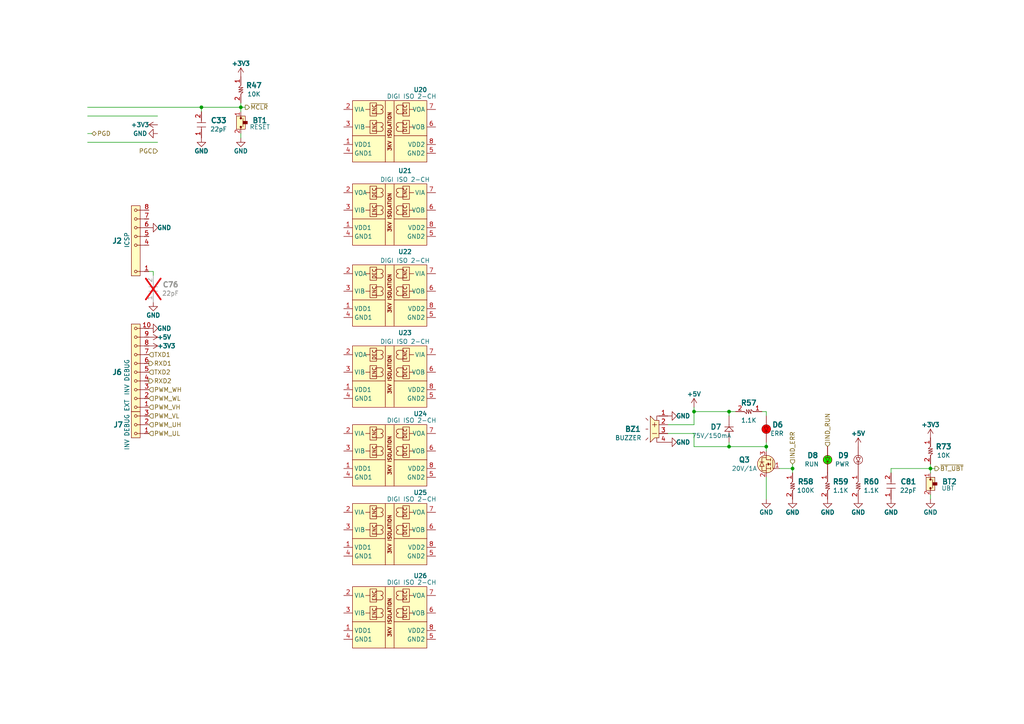
<source format=kicad_sch>
(kicad_sch (version 20231120) (generator "eeschema") (generator_version "8.0")
  (paper "A4")
  (title_block (title "INVERTER BOARD") (date "2024-09-24") (rev "1.0") (company "TON DUC THANG UNIVERSITY") (comment 1 "Schematic Designed by ...") (comment 2 "PCB Designed by ...") (comment 3 "Approved by ..."))
  (lib_symbols
    (symbol "SAMPI:ADUM120N"
      (property "Reference" "U" (at 0 0 0))
      (property "Value" "DIGI ISO 2-CH" (at 0 -1.905 0))
      (property "MNP" "ADUM120N1BRZ-RL7" (at 0 0 0))
      (property "MFT" "Analog Devices Inc." (at 0 0 0))
      (symbol "ADUM120N_0_1"
        (rectangle (start -5.72 -4.44) (end -3.815 -8.25))
        (rectangle (start -5.715 -9.525) (end -3.81 -13.335))
        (arc (start -2.545 -7.615) (mid -2.0942 -7.4293) (end -1.91 -6.98))
        (arc (start -2.545 -6.345) (mid -2.096 -6.159) (end -1.91 -5.71))
        (arc (start -2.54 -12.7) (mid -2.0895 -12.5155) (end -1.905 -12.065))
        (arc (start -2.54 -11.43) (mid -2.0924 -11.2426) (end -1.905 -10.795))
        (arc (start -1.91 -6.98) (mid -2.096 -6.531) (end -2.545 -6.345))
        (arc (start -1.91 -5.71) (mid -2.096 -5.261) (end -2.545 -5.075))
        (arc (start -1.905 -12.065) (mid -2.091 -11.616) (end -2.54 -11.43))
        (arc (start -1.905 -10.795) (mid -2.091 -10.346) (end -2.54 -10.16))
        (polyline (pts (xy -3.815 -7.615) (xy -2.545 -7.615)))
        (polyline (pts (xy -3.815 -5.075) (xy -2.545 -5.075)))
        (polyline (pts (xy -3.81 -12.7) (xy -2.54 -12.7)))
        (polyline (pts (xy -3.81 -10.16) (xy -2.54 -10.16)))
        (polyline (pts (xy -1.27 -21.59) (xy -1.27 -3.81)))
        (polyline (pts (xy 1.27 -21.59) (xy 1.27 -3.81)))
        (polyline (pts (xy 3.81 -7.62) (xy 2.54 -7.62)))
        (polyline (pts (xy 3.81 -5.08) (xy 2.54 -5.08)))
        (polyline (pts (xy 3.815 -12.705) (xy 2.545 -12.705)))
        (polyline (pts (xy 3.815 -10.165) (xy 2.545 -10.165)))
        (arc (start 1.905 -6.985) (mid 2.091 -7.434) (end 2.54 -7.62))
        (arc (start 1.905 -5.715) (mid 2.091 -6.164) (end 2.54 -6.35))
        (arc (start 1.91 -12.07) (mid 2.096 -12.519) (end 2.545 -12.705))
        (arc (start 1.91 -10.8) (mid 2.096 -11.249) (end 2.545 -11.435))
        (arc (start 2.54 -6.35) (mid 2.0892 -6.5357) (end 1.905 -6.985))
        (arc (start 2.54 -5.08) (mid 2.0928 -5.2663) (end 1.905 -5.715))
        (arc (start 2.545 -11.435) (mid 2.0945 -11.6195) (end 1.91 -12.07))
        (arc (start 2.545 -10.165) (mid 2.0974 -10.3524) (end 1.91 -10.8))
        (rectangle (start 5.715 -8.255) (end 3.81 -4.445))
        (rectangle (start 5.72 -13.34) (end 3.815 -9.53))
      )
      (symbol "ADUM120N_1_0"
        (pin input line (at -13.335 -6.35 0) (length 2.54) (name "VIA") (number "2"))
        (pin input line (at -13.335 -11.43 0) (length 2.54) (name "VIB") (number "3"))
        (pin input line (at -13.335 -19.05 0) (length 2.54) (name "GND1") (number "4"))
        (pin input line (at 13.335 -19.05 180) (length 2.54) (name "GND2") (number "5"))
        (pin input line (at 13.335 -11.43 180) (length 2.54) (name "VOB") (number "6"))
        (pin input line (at 13.335 -6.35 180) (length 2.54) (name "VOA") (number "7"))
        (pin input line (at 13.335 -16.51 180) (length 2.54) (name "VDD2") (number "8"))
      )
      (symbol "ADUM120N_1_1"
        (rectangle (start -10.795 -3.81) (end 10.795 -21.59) (fill (type background)))
        (polyline (pts (xy -10.795 -13.97) (xy -1.27 -13.97)))
        (polyline (pts (xy -6.99 -6.345) (xy -5.72 -6.345)))
        (polyline (pts (xy -6.985 -11.43) (xy -5.715 -11.43)))
        (polyline (pts (xy 1.27 -13.97) (xy 10.795 -13.97)))
        (polyline (pts (xy 5.715 -6.35) (xy 6.985 -6.35)))
        (polyline (pts (xy 5.72 -11.435) (xy 6.99 -11.435)))
        (text "3KV ISOLATION" (at 0 -12.7 900) (effects (font (size 1.016 1.016) (bold yes))))
        (text "DEC" (at 5.08 -6.35 900) (effects (font (size 1.016 1.016)) (justify bottom)))
        (text "DEC" (at 5.085 -11.435 900) (effects (font (size 1.016 1.016)) (justify bottom)))
        (text "ENC" (at -5.085 -6.345 900) (effects (font (size 1.016 1.016)) (justify top)))
        (text "ENC" (at -5.08 -11.43 900) (effects (font (size 1.016 1.016)) (justify top)))
        (pin input line (at -13.335 -16.51 0) (length 2.54) (name "VDD1") (number "1"))
      )
    )
    (symbol "SAMPI:ADUM121N"
      (property "Reference" "U" (at 0 0 0))
      (property "Value" "DIGI ISO 2-CH" (at 0 -1.905 0))
      (property "MNP" "ADUM121N1BRZ-RL7" (at 0 0 0))
      (property "MFT" "Analog Devices Inc." (at 0 0 0))
      (symbol "ADUM121N_0_1"
        (rectangle (start -5.715 -9.525) (end -3.81 -13.335))
        (rectangle (start -5.715 -4.445) (end -3.81 -8.255))
        (arc (start -2.54 -12.7) (mid -2.0895 -12.5155) (end -1.905 -12.065))
        (arc (start -2.54 -11.43) (mid -2.0924 -11.2426) (end -1.905 -10.795))
        (arc (start -2.54 -7.62) (mid -2.0928 -7.4337) (end -1.905 -6.985))
        (arc (start -2.54 -6.35) (mid -2.0892 -6.1643) (end -1.905 -5.715))
        (arc (start -1.905 -12.065) (mid -2.091 -11.616) (end -2.54 -11.43))
        (arc (start -1.905 -10.795) (mid -2.091 -10.346) (end -2.54 -10.16))
        (arc (start -1.905 -6.985) (mid -2.091 -6.536) (end -2.54 -6.35))
        (arc (start -1.905 -5.715) (mid -2.091 -5.266) (end -2.54 -5.08))
        (polyline (pts (xy -3.81 -12.7) (xy -2.54 -12.7)))
        (polyline (pts (xy -3.81 -10.16) (xy -2.54 -10.16)))
        (polyline (pts (xy -3.81 -7.62) (xy -2.54 -7.62)))
        (polyline (pts (xy -3.81 -5.08) (xy -2.54 -5.08)))
        (polyline (pts (xy 3.815 -12.705) (xy 2.545 -12.705)))
        (polyline (pts (xy 3.815 -10.165) (xy 2.545 -10.165)))
        (polyline (pts (xy 3.815 -7.625) (xy 2.545 -7.625)))
        (polyline (pts (xy 3.815 -5.085) (xy 2.545 -5.085)))
        (arc (start 1.91 -12.07) (mid 2.096 -12.519) (end 2.545 -12.705))
        (arc (start 1.91 -10.8) (mid 2.096 -11.249) (end 2.545 -11.435))
        (arc (start 1.91 -6.99) (mid 2.096 -7.439) (end 2.545 -7.625))
        (arc (start 1.91 -5.72) (mid 2.096 -6.169) (end 2.545 -6.355))
        (arc (start 2.545 -11.435) (mid 2.0945 -11.6195) (end 1.91 -12.07))
        (arc (start 2.545 -10.165) (mid 2.0974 -10.3524) (end 1.91 -10.8))
        (arc (start 2.545 -6.355) (mid 2.096 -6.541) (end 1.91 -6.99))
        (arc (start 2.545 -5.085) (mid 2.0942 -5.2707) (end 1.91 -5.72))
        (rectangle (start 5.72 -13.34) (end 3.815 -9.53))
        (rectangle (start 5.72 -8.26) (end 3.815 -4.45))
      )
      (symbol "ADUM121N_1_0"
        (pin input line (at -13.335 -6.35 0) (length 2.54) (name "VOA") (number "2"))
        (pin input line (at -13.335 -11.43 0) (length 2.54) (name "VIB") (number "3"))
        (pin input line (at -13.335 -19.05 0) (length 2.54) (name "GND1") (number "4"))
        (pin input line (at 13.335 -19.05 180) (length 2.54) (name "GND2") (number "5"))
        (pin input line (at 13.335 -11.43 180) (length 2.54) (name "VOB") (number "6"))
        (pin input line (at 13.335 -6.35 180) (length 2.54) (name "VIA") (number "7"))
        (pin input line (at 13.335 -16.51 180) (length 2.54) (name "VDD2") (number "8"))
      )
      (symbol "ADUM121N_1_1"
        (rectangle (start -10.795 -3.81) (end 10.795 -21.59) (fill (type background)))
        (polyline (pts (xy -10.795 -13.97) (xy -1.27 -13.97)))
        (polyline (pts (xy -6.985 -11.43) (xy -5.715 -11.43)))
        (polyline (pts (xy -5.715 -6.35) (xy -6.985 -6.35)))
        (polyline (pts (xy -1.27 -3.81) (xy -1.27 -21.59)))
        (polyline (pts (xy 1.27 -13.97) (xy 10.795 -13.97)))
        (polyline (pts (xy 1.27 -3.81) (xy 1.27 -21.59)))
        (polyline (pts (xy 5.72 -11.435) (xy 6.99 -11.435)))
        (polyline (pts (xy 6.99 -6.355) (xy 5.72 -6.355)))
        (text "3KV ISOLATION" (at 0 -12.065 900) (effects (font (size 1.016 1.016) (bold yes))))
        (text "DEC" (at -5.08 -6.35 900) (effects (font (size 1.016 1.016)) (justify top)))
        (text "DEC" (at 5.085 -11.435 900) (effects (font (size 1.016 1.016)) (justify bottom)))
        (text "ENC" (at -5.08 -11.43 900) (effects (font (size 1.016 1.016)) (justify top)))
        (text "ENC" (at 5.085 -6.355 900) (effects (font (size 1.016 1.016)) (justify bottom)))
        (pin input line (at -13.335 -16.51 0) (length 2.54) (name "VDD1") (number "1"))
      )
    )
    (symbol "SAMPI:BT3" (pin_names hide)
      (property "Reference" "BT" (at 0 0 0))
      (property "Value" "BT SMD2" (at 0 -1.905 0))
      (symbol "BT3_1_0"
        (rectangle (start -1.905 -3.81) (end 1.905 -6.35) (fill (type background)))
        (circle (center -1.27 -5.08) (radius 0.254) (fill (type outline)))
        (rectangle (start -0.381 -3.175) (end 0.381 -4.445) (fill (type outline)))
        (polyline (pts (xy -1.27 -5.08) (xy -1.905 -5.08)))
        (polyline (pts (xy -1.27 -4.445) (xy 1.27 -4.445)))
        (polyline (pts (xy 1.27 -5.08) (xy 1.905 -5.08)))
        (circle (center 1.27 -5.08) (radius 0.254) (fill (type outline)))
        (pin passive line (at -3.175 -5.08 0) (length 1.27) (name "") (number "1"))
        (pin passive line (at 3.175 -5.08 180) (length 1.27) (name "") (number "2"))
      )
    )
    (symbol "SAMPI:BUZZER" (pin_names hide)
      (property "Reference" "BZ1" (at 7.62 -3.81 0))
      (property "Value" "BUZZER" (at 7.62 -6.35 0))
      (symbol "BUZZER_0_1"
        (polyline (pts (xy 3.175 -5.08) (xy 4.445 -5.08)))
        (polyline (pts (xy 3.175 -2.54) (xy 4.445 -2.54)))
        (polyline (pts (xy 3.81 -1.905) (xy 3.81 -3.175)))
        (polyline (pts (xy 5.715 -6.35) (xy 6.35 -6.985)))
        (polyline (pts (xy 5.715 -3.81) (xy 6.35 -3.81)))
        (polyline (pts (xy 6.35 -0.635) (xy 5.715 -1.27)))
        (polyline (pts (xy 2.54 -7.62) (xy 3.175 -7.62) (xy 3.175 -6.35)))
        (polyline (pts (xy 2.54 0) (xy 3.175 0) (xy 3.175 -1.27)))
      )
      (symbol "BUZZER_1_1"
        (polyline (pts (xy 2.54 -1.27) (xy 2.54 -6.35) (xy 3.81 -6.35) (xy 5.08 -7.62) (xy 5.08 0) (xy 3.81 -1.27) (xy 2.54 -1.27)) (fill (type background)))
        (pin bidirectional line (at 0 0 0) (length 2.54) (name "NC1") (number "1"))
        (pin passive line (at 0 -2.54 0) (length 2.54) (name "V+") (number "2"))
        (pin passive line (at 0 -5.08 0) (length 2.54) (name "V-") (number "3"))
        (pin passive line (at 0 -7.62 0) (length 2.54) (name "NC2") (number "4"))
      )
    )
    (symbol "SAMPI:CERCAP" (pin_names hide)
      (property "Reference" "C" (at -1.905 1.905 0))
      (property "Value" "CerCap" (at -1.905 0 0))
      (symbol "CERCAP_0_1"
        (polyline (pts (xy 0 -2.54) (xy 0.635 -2.54)))
        (polyline (pts (xy 0.635 -1.27) (xy 0.635 -3.81)))
        (polyline (pts (xy 1.905 -2.54) (xy 2.54 -2.54)))
        (polyline (pts (xy 1.905 -1.27) (xy 1.905 -3.81)))
      )
      (symbol "CERCAP_1_1"
        (pin bidirectional line (at -2.54 -2.54 0) (length 2.54) (name "1") (number "1"))
        (pin bidirectional line (at 5.08 -2.54 180) (length 2.54) (name "2") (number "2"))
      )
    )
    (symbol "SAMPI:DIODE-REC" (pin_numbers hide) (pin_names hide)
      (property "Reference" "D" (at -3.175 0 0))
      (property "Value" "DIODE-REC" (at -3.175 -1.905 0))
      (symbol "DIODE-REC_0_1"
        (polyline (pts (xy -0.635 -4.445) (xy 0 -4.445)))
        (polyline (pts (xy 0 -3.175) (xy 0 -5.715)))
        (polyline (pts (xy 1.27 -4.445) (xy 1.905 -4.445)))
        (polyline (pts (xy 1.27 -3.175) (xy 1.27 -5.715)))
        (polyline (pts (xy 0 -3.175) (xy 1.27 -4.445) (xy 0 -5.715)))
      )
      (symbol "DIODE-REC_1_1"
        (pin bidirectional line (at -3.175 -4.445 0) (length 2.54) (name "A") (number "A"))
        (pin bidirectional line (at 4.445 -4.445 180) (length 2.54) (name "K") (number "K"))
      )
    )
    (symbol "SAMPI:FET_N-CH" (pin_names hide)
      (property "Reference" "Q" (at 1.27 1.27 0))
      (property "Value" "MFET N" (at 1.27 -1.27 0))
      (symbol "FET_N-CH_0_1"
        (polyline (pts (xy 2.54 -5.461) (xy 2.54 -4.699)))
        (polyline (pts (xy 2.54 -3.429) (xy 2.54 -4.191)))
        (polyline (pts (xy 2.54 -2.159) (xy 2.54 -2.921)))
        (polyline (pts (xy 4.445 -4.445) (xy 5.715 -4.445)))
        (polyline (pts (xy 4.445 -3.175) (xy 5.715 -3.175)))
        (polyline (pts (xy 1.27 -5.08) (xy 1.905 -5.08) (xy 1.905 -2.54)))
        (polyline (pts (xy 2.54 -3.81) (xy 3.81 -3.81) (xy 3.81 -5.08)))
        (polyline (pts (xy 3.81 -6.35) (xy 3.81 -5.08) (xy 2.54 -5.08)))
        (polyline (pts (xy 3.81 -5.715) (xy 5.08 -5.715) (xy 5.08 -4.445)))
        (polyline (pts (xy 3.81 -1.905) (xy 5.08 -1.905) (xy 5.08 -3.175)))
        (polyline (pts (xy 3.81 -1.27) (xy 3.81 -2.54) (xy 2.54 -2.54)))
        (polyline (pts (xy 4.445 -4.445) (xy 5.08 -3.175) (xy 5.715 -4.445)))
      )
      (symbol "FET_N-CH_1_1"
        (polyline (pts (xy 3.302 -3.429) (xy 3.302 -4.191) (xy 2.921 -3.81) (xy 3.302 -3.429)) (fill (type outline)))
        (circle (center 3.81 -3.81) (radius 2.54) (fill (type background)))
        (pin bidirectional line (at 0 -5.08 0) (length 1.27) (name "G") (number "1"))
        (pin bidirectional line (at 3.81 -7.62 90) (length 1.27) (name "S") (number "2"))
        (pin bidirectional line (at 3.81 0 270) (length 1.27) (name "D") (number "3"))
      )
    )
    (symbol "SAMPI:GLED" (pin_numbers hide) (pin_names hide)
      (property "Reference" "D" (at 0 1.905 0))
      (property "Value" "GLED" (at 0 0 0))
      (symbol "GLED_0_1"
        (polyline (pts (xy 0.635 -2.54) (xy 1.27 -2.54)))
        (polyline (pts (xy 2.54 -2.54) (xy 3.175 -2.54)))
        (polyline (pts (xy 2.54 -1.905) (xy 2.54 -3.175)))
      )
      (symbol "GLED_1_1"
        (polyline (pts (xy 1.27 -1.905) (xy 1.27 -3.175) (xy 2.54 -2.54) (xy 1.27 -1.905)))
        (circle (center 1.905 -2.54) (radius 1.27) (fill (type color) (color 0 255 0 1)))
        (pin bidirectional line (at -1.905 -2.54 0) (length 2.54) (name "A") (number "A"))
        (pin bidirectional line (at 5.715 -2.54 180) (length 2.54) (name "K") (number "K"))
      )
    )
    (symbol "SAMPI:RES" (pin_names hide)
      (property "Reference" "R" (at 0 1.905 0))
      (property "Value" "RES" (at 0 0 0))
      (symbol "RES_0_1"
        (polyline (pts (xy 0 -2.54) (xy 0.635 -1.905) (xy 0.635 -3.175) (xy 1.27 -1.905) (xy 1.27 -3.175) (xy 1.905 -1.905) (xy 1.905 -3.175) (xy 2.54 -2.54)))
      )
      (symbol "RES_1_1"
        (pin bidirectional line (at -2.54 -2.54 0) (length 2.54) (name "1") (number "1"))
        (pin bidirectional line (at 5.08 -2.54 180) (length 2.54) (name "2") (number "2"))
      )
    )
    (symbol "SAMPI:RLED" (pin_numbers hide) (pin_names hide)
      (property "Reference" "D" (at 0 0 0))
      (property "Value" "RLED" (at 0 -1.905 0))
      (symbol "RLED_0_1"
        (polyline (pts (xy 0 -4.445) (xy 0.635 -4.445)))
        (polyline (pts (xy 1.905 -4.445) (xy 2.54 -4.445)))
        (polyline (pts (xy 1.905 -3.81) (xy 1.905 -5.08)))
      )
      (symbol "RLED_1_1"
        (polyline (pts (xy 0.635 -3.81) (xy 0.635 -5.08) (xy 1.905 -4.445) (xy 0.635 -3.81)))
        (circle (center 1.27 -4.445) (radius 1.27) (fill (type color) (color 255 0 0 1)))
        (pin bidirectional line (at -2.54 -4.445 0) (length 2.54) (name "A") (number "A"))
        (pin bidirectional line (at 5.08 -4.445 180) (length 2.54) (name "K") (number "K"))
      )
    )
    (symbol "SAMPI:SIL03-2" (pin_names hide)
      (property "Reference" "J" (at 0 0 0))
      (property "Value" "SIL03-2" (at 0 -1.905 0))
      (symbol "SIL03-2_0_0"
        (polyline (pts (xy -1.27 -10.16) (xy 0.889 -10.16)))
        (polyline (pts (xy -1.27 -7.62) (xy 0.889 -7.62)))
        (polyline (pts (xy -1.27 -5.08) (xy 0.889 -5.08)))
      )
      (symbol "SIL03-2_1_0"
        (rectangle (start 0 -3.81) (end 2.54 -11.43) (fill (type background)))
        (circle (center 1.27 -10.16) (radius 0.381))
        (circle (center 1.27 -7.62) (radius 0.381))
        (circle (center 1.27 -5.08) (radius 0.381))
        (pin passive line (at -2.54 -5.08 0) (length 1.27) (name "1") (number "1"))
        (pin passive line (at -2.54 -7.62 0) (length 1.27) (name "2") (number "2"))
        (pin passive line (at -2.54 -10.16 0) (length 1.27) (name "3") (number "3"))
      )
    )
    (symbol "SAMPI:SIL10" (pin_names hide)
      (property "Reference" "J" (at 0 0.635 0))
      (property "Value" "SIL10" (at 1.905 -1.27 0))
      (symbol "SIL10_0_0"
        (polyline (pts (xy 1.27 -26.67) (xy 3.429 -26.67)))
        (polyline (pts (xy 1.27 -24.13) (xy 3.429 -24.13)))
        (polyline (pts (xy 1.27 -21.59) (xy 3.429 -21.59)))
        (polyline (pts (xy 1.27 -19.05) (xy 3.429 -19.05)))
        (polyline (pts (xy 1.27 -16.51) (xy 3.429 -16.51)))
        (polyline (pts (xy 1.27 -13.97) (xy 3.429 -13.97)))
        (polyline (pts (xy 1.27 -11.43) (xy 3.429 -11.43)))
        (polyline (pts (xy 1.27 -8.89) (xy 3.429 -8.89)))
        (polyline (pts (xy 1.27 -6.35) (xy 3.429 -6.35)))
        (polyline (pts (xy 1.27 -3.81) (xy 3.429 -3.81)))
      )
      (symbol "SIL10_1_0"
        (rectangle (start 2.54 -2.54) (end 5.08 -27.94) (fill (type background)))
        (circle (center 3.81 -26.67) (radius 0.381))
        (circle (center 3.81 -24.13) (radius 0.381))
        (circle (center 3.81 -21.59) (radius 0.381))
        (circle (center 3.81 -19.05) (radius 0.381))
        (circle (center 3.81 -16.51) (radius 0.381))
        (circle (center 3.81 -13.97) (radius 0.381))
        (circle (center 3.81 -11.43) (radius 0.381))
        (circle (center 3.81 -8.89) (radius 0.381))
        (circle (center 3.81 -6.35) (radius 0.381))
        (circle (center 3.81 -3.81) (radius 0.381))
        (pin passive line (at 0 -3.81 0) (length 1.27) (name "1") (number "1"))
        (pin passive line (at 0 -26.67 0) (length 1.27) (name "10") (number "10"))
        (pin passive line (at 0 -6.35 0) (length 1.27) (name "2") (number "2"))
        (pin passive line (at 0 -8.89 0) (length 1.27) (name "3") (number "3"))
        (pin passive line (at 0 -11.43 0) (length 1.27) (name "4") (number "4"))
        (pin passive line (at 0 -13.97 0) (length 1.27) (name "5") (number "5"))
        (pin passive line (at 0 -16.51 0) (length 1.27) (name "6") (number "6"))
        (pin passive line (at 0 -19.05 0) (length 1.27) (name "7") (number "7"))
        (pin passive line (at 0 -21.59 0) (length 1.27) (name "8") (number "8"))
        (pin passive line (at 0 -24.13 0) (length 1.27) (name "9") (number "9"))
      )
    )
    (symbol "SAMPI:WLED" (pin_numbers hide) (pin_names hide)
      (property "Reference" "D" (at 0 0 0))
      (property "Value" "WLED" (at 1.27 -1.905 0))
      (symbol "WLED_0_1"
        (polyline (pts (xy -1.27 -5.08) (xy -0.635 -5.08)))
        (polyline (pts (xy 0.635 -5.08) (xy 1.27 -5.08)))
        (polyline (pts (xy 0.635 -4.445) (xy 0.635 -5.715)))
        (polyline (pts (xy -0.635 -4.445) (xy -0.635 -5.715) (xy 0.635 -5.08) (xy -0.635 -4.445)))
      )
      (symbol "WLED_1_1"
        (circle (center 0 -5.08) (radius 1.27) (fill (type color) (color 255 255 255 1)))
        (pin bidirectional line (at -3.81 -5.08 0) (length 2.54) (name "A") (number "A"))
        (pin bidirectional line (at 3.81 -5.08 180) (length 2.54) (name "K") (number "K"))
      )
    )
    (symbol "SIL08_1" (pin_names hide)
      (property "Reference" "J2" (at 5.08 -13.97 0))
      (property "Value" "ICSP" (at 3.81 -16.51 90))
      (symbol "SIL08_1_0_0"
        (polyline (pts (xy -1.27 -22.86) (xy 0.889 -22.86)))
        (polyline (pts (xy -1.27 -20.32) (xy 0.889 -20.32)))
        (polyline (pts (xy -1.27 -17.78) (xy 0.889 -17.78)))
        (polyline (pts (xy -1.27 -15.24) (xy 0.889 -15.24)))
        (polyline (pts (xy -1.27 -12.7) (xy 0.889 -12.7)))
        (polyline (pts (xy -1.27 -5.08) (xy 0.889 -5.08)))
      )
      (symbol "SIL08_1_1_0"
        (rectangle (start 0 -3.81) (end 2.54 -24.13) (fill (type background)))
        (circle (center 1.27 -22.86) (radius 0.381))
        (circle (center 1.27 -20.32) (radius 0.381))
        (circle (center 1.27 -17.78) (radius 0.381))
        (circle (center 1.27 -15.24) (radius 0.381))
        (circle (center 1.27 -12.7) (radius 0.381))
        (circle (center 1.27 -5.08) (radius 0.381))
        (pin passive line (at -2.54 -5.08 0) (length 1.27) (name "1") (number "1"))
        (pin passive line (at -2.54 -12.7 0) (length 1.27) (name "4") (number "4"))
        (pin passive line (at -2.54 -15.24 0) (length 1.27) (name "5") (number "5"))
        (pin passive line (at -2.54 -17.78 0) (length 1.27) (name "6") (number "6"))
        (pin passive line (at -2.54 -20.32 0) (length 1.27) (name "7") (number "7"))
        (pin passive line (at -2.54 -22.86 0) (length 1.27) (name "8") (number "8"))
      )
    )
    (symbol "power:+3V3" (power) (pin_names (offset 0))
      (property "Value" "+3V3" (at 0 3.556 0))
      (symbol "+3V3_0_1"
        (polyline (pts (xy -0.762 1.27) (xy 0 2.54)))
        (polyline (pts (xy 0 0) (xy 0 2.54)))
        (polyline (pts (xy 0 2.54) (xy 0.762 1.27)))
      )
      (symbol "+3V3_1_1"
        (pin power_in line (at 0 0 90) (length 0) hide (name "+3V3") (number "1"))
      )
    )
    (symbol "power:+5V" (power) (pin_names (offset 0))
      (property "Value" "+5V" (at 0 3.556 0))
      (symbol "+5V_0_1"
        (polyline (pts (xy -0.762 1.27) (xy 0 2.54)))
        (polyline (pts (xy 0 0) (xy 0 2.54)))
        (polyline (pts (xy 0 2.54) (xy 0.762 1.27)))
      )
      (symbol "+5V_1_1"
        (pin power_in line (at 0 0 90) (length 0) hide (name "+5V") (number "1"))
      )
    )
    (symbol "power:GND" (power) (pin_names (offset 0))
      (property "Value" "GND" (at 0 -3.81 0))
      (symbol "GND_0_1"
        (polyline (pts (xy 0 0) (xy 0 -1.27) (xy 1.27 -1.27) (xy 0 -2.54) (xy -1.27 -1.27) (xy 0 -1.27)))
      )
      (symbol "GND_1_1"
        (pin power_in line (at 0 0 270) (length 0) hide (name "GND") (number "1"))
      )
    )
  )
  (junction (at 211.455 129.54))
  (junction (at 211.455 119.38))
  (junction (at 269.875 135.89))
  (junction (at 69.85 31.115))
  (junction (at 201.295 119.38))
  (junction (at 58.42 31.115))
  (junction (at 222.25 129.54))
  (junction (at 229.87 135.89))
  (wire (pts (xy 222.25 128.27) (xy 222.25 129.54)))
  (wire (pts (xy 222.25 119.38) (xy 222.25 120.65)))
  (wire (pts (xy 25.4 33.655) (xy 45.72 33.655)))
  (wire (pts (xy 229.87 135.89) (xy 226.06 135.89)))
  (wire (pts (xy 201.295 123.19) (xy 201.295 119.38)))
  (wire (pts (xy 201.295 119.38) (xy 211.455 119.38)))
  (wire (pts (xy 211.455 129.54) (xy 222.25 129.54)))
  (wire (pts (xy 69.85 31.115) (xy 69.85 32.385)))
  (wire (pts (xy 25.4 41.275) (xy 45.72 41.275)))
  (wire (pts (xy 229.87 134.62) (xy 229.87 135.89)))
  (wire (pts (xy 211.455 129.54) (xy 201.295 129.54)))
  (wire (pts (xy 229.87 137.16) (xy 229.87 135.89)))
  (wire (pts (xy 69.85 38.735) (xy 69.85 40.005)))
  (wire (pts (xy 201.295 125.73) (xy 201.295 129.54)))
  (wire (pts (xy 211.455 119.38) (xy 213.36 119.38)))
  (wire (pts (xy 25.4 31.115) (xy 58.42 31.115)))
  (wire (pts (xy 258.445 135.89) (xy 258.445 137.16)))
  (wire (pts (xy 43.18 78.74) (xy 44.45 78.74)))
  (wire (pts (xy 269.875 135.89) (xy 269.875 137.16)))
  (wire (pts (xy 25.4 38.735) (xy 26.67 38.735)))
  (wire (pts (xy 58.42 31.115) (xy 58.42 32.385)))
  (wire (pts (xy 269.875 134.62) (xy 269.875 135.89)))
  (wire (pts (xy 211.455 128.27) (xy 211.455 129.54)))
  (wire (pts (xy 211.455 120.65) (xy 211.455 119.38)))
  (wire (pts (xy 258.445 135.89) (xy 269.875 135.89)))
  (wire (pts (xy 193.675 123.19) (xy 201.295 123.19)))
  (wire (pts (xy 222.25 144.78) (xy 222.25 138.43)))
  (wire (pts (xy 269.875 143.51) (xy 269.875 144.78)))
  (wire (pts (xy 193.675 125.73) (xy 201.295 125.73)))
  (wire (pts (xy 269.875 135.89) (xy 271.145 135.89)))
  (wire (pts (xy 58.42 31.115) (xy 69.85 31.115)))
  (wire (pts (xy 69.85 29.845) (xy 69.85 31.115)))
  (wire (pts (xy 201.295 118.11) (xy 201.295 119.38)))
  (wire (pts (xy 44.45 78.74) (xy 44.45 80.01)))
  (wire (pts (xy 69.85 31.115) (xy 71.12 31.115)))
  (wire (pts (xy 220.98 119.38) (xy 222.25 119.38)))
  (wire (pts (xy 222.25 129.54) (xy 222.25 130.81)))
  (hierarchical_label "RXD1" (shape output) (at 43.18 105.41 0))
  (hierarchical_label "PWM_UH" (shape input) (at 43.18 123.19 0))
  (hierarchical_label "~{BT_UBT}" (shape output) (at 271.145 135.89 0))
  (hierarchical_label "PGC" (shape input) (at 45.72 43.815 180))
  (hierarchical_label "TXD2" (shape input) (at 43.18 107.95 0))
  (hierarchical_label "PWM_WH" (shape input) (at 43.18 113.03 0))
  (hierarchical_label "PWM_UL" (shape input) (at 43.18 125.73 0))
  (hierarchical_label "PWM_VH" (shape input) (at 43.18 118.11 0))
  (hierarchical_label "RXD2" (shape output) (at 43.18 110.49 0))
  (hierarchical_label "TXD1" (shape input) (at 43.18 102.87 0))
  (hierarchical_label "~{MCLR}" (shape output) (at 71.12 31.115 0))
  (hierarchical_label "PGD" (shape bidirectional) (at 26.67 38.735 0))
  (hierarchical_label "PWM_WL" (shape input) (at 43.18 115.57 0))
  (hierarchical_label "IND_ERR" (shape input) (at 229.87 134.62 90))
  (hierarchical_label "PWM_VL" (shape input) (at 43.18 120.65 0))
  (hierarchical_label "IND_RUN" (shape input) (at 240.03 129.54 90))
  (symbol (lib_id "power:GND") (at 258.445 144.78 0) (unit 1)
    (property "Reference" "#PWR0216" (effects (hide yes)))
    (property "Value" "GND" (at 258.445 148.59 0) (effects (font (bold yes))))
  )
  (symbol (lib_id "power:GND") (at 248.92 144.78 0) (mirror y) (unit 1)
    (property "Reference" "#PWR0157" (effects (hide yes)))
    (property "Value" "GND" (at 248.92 148.59 0) (effects (font (bold yes))))
  )
  (symbol (lib_id "SAMPI:BUZZER") (at 193.675 120.65 0) (mirror y) (unit 1)
    (property "Reference" "BZ1" (at 186.055 124.46 0) (effects (font (size 1.5 1.5) (bold yes)) (justify left)))
    (property "Value" "BUZZER" (at 186.055 127 0) (effects (justify left)))
    (property "Footprint" "SAMPI:SMT-0827-S-HT-R" (effects (hide yes)))
    (property "Description" "BUZZER MAGNETIC 3.6V 0.3X0.3 SMD" (effects (hide yes)))
    (property "MNP" "SMT-0827-S-HT-R" (effects (hide yes)))
    (property "MFT" "PUI" (effects (hide yes)))
    (property "Unit Price" "0.77" (effects (hide yes)))
    (property "Checked" "OK" (effects (hide yes)))
  )
  (symbol (lib_id "power:+5V") (at 43.18 97.79 270) (mirror x) (unit 1)
    (property "Reference" "#PWR0127" (effects (hide yes)))
    (property "Value" "+5V" (at 47.625 97.79 90) (effects (font (bold yes))))
  )
  (symbol (lib_id "power:GND") (at 58.42 40.005 0) (unit 1)
    (property "Reference" "#PWR0182" (effects (hide yes)))
    (property "Value" "GND" (at 58.42 43.815 0) (effects (font (bold yes))))
  )
  (symbol (lib_id "SAMPI:CERCAP") (at 41.91 85.09 90) (unit 1) (in_bom no) (dnp yes)
    (property "Reference" "C76" (at 46.99 82.55 90) (effects (font (size 1.5 1.5) (bold yes)) (justify right)))
    (property "Value" "22pF" (at 46.99 85.09 90) (effects (justify right)))
    (property "Footprint" "SAMPI:CAP0603" (effects (hide yes)))
    (property "Description" "CAP CER 22PF 50V C0G/NP0 0603" (effects (hide yes)))
    (property "MFT" "Walsin" (effects (hide yes)))
    (property "Unit Price" "0.012" (effects (hide yes)))
    (property "MNP" "0603N220J500CT" (effects (hide yes)))
    (property "Checked" "OK" (effects (hide yes)))
  )
  (symbol (lib_id "power:GND") (at 269.875 144.78 0) (unit 1)
    (property "Reference" "#PWR0219" (effects (hide yes)))
    (property "Value" "GND" (at 269.875 148.59 0) (effects (font (bold yes))))
  )
  (symbol (lib_id "power:GND") (at 43.18 95.25 90) (unit 1)
    (property "Reference" "#PWR0123" (effects (hide yes)))
    (property "Value" "GND" (at 47.625 95.25 90) (effects (font (bold yes))))
  )
  (symbol (lib_id "SAMPI:CERCAP") (at 255.905 142.24 90) (unit 1)
    (property "Reference" "C81" (at 260.985 139.6999 90) (effects (font (size 1.5 1.5) (bold yes)) (justify right)))
    (property "Value" "22pF" (at 260.985 142.2399 90) (effects (justify right)))
    (property "Footprint" "SAMPI:CAP0603" (effects (hide yes)))
    (property "Description" "CAP CER 22PF 50V C0G/NP0 0603" (effects (hide yes)))
    (property "MFT" "Walsin" (effects (hide yes)))
    (property "Unit Price" "0.012" (effects (hide yes)))
    (property "MNP" "0603N220J500CT" (effects (hide yes)))
    (property "Checked" "OK" (effects (hide yes)))
  )
  (symbol (lib_id "SAMPI:SIL10") (at 43.18 121.92 180) (unit 1)
    (property "Reference" "J6" (at 35.56 107.95 0) (effects (font (size 1.5 1.5) (bold yes)) (justify left)))
    (property "Value" "INV DEBUG" (at 36.83 104.14 90) (effects (justify left)))
    (property "Footprint" "SAMPI:HDM1x10x2.54_TH_RA" (effects (hide yes)))
    (property "Description" "CONN HDR 10POS 0.1 TIN PCB R/A" (effects (hide yes)))
    (property "MFT" "Sullins" (effects (hide yes)))
    (property "MNP" "PPTC101LGBN-RC" (effects (hide yes)))
    (property "Checked" "OK" (effects (hide yes)))
  )
  (symbol (lib_id "SAMPI:RES") (at 67.31 24.765 90) (mirror x) (unit 1)
    (property "Reference" "R47" (at 73.66 24.765 90) (effects (font (size 1.5 1.5) (bold yes))))
    (property "Value" "10K" (at 73.66 27.305 90))
    (property "Footprint" "SAMPI:RES0603" (effects (hide yes)))
    (property "Description" "RES 10K OHM 1% 1/10W 0603" (effects (hide yes)))
    (property "MFT" "YAGEO" (effects (hide yes)))
    (property "Unit Price" "0.019" (effects (hide yes)))
    (property "MNP" "RC0603FR-0710KL" (effects (hide yes)))
    (property "Checked" "OK" (effects (hide yes)))
  )
  (symbol (lib_id "SAMPI:RES") (at 237.49 139.7 90) (mirror x) (unit 1)
    (property "Reference" "R59" (at 243.84 139.7 90) (effects (font (size 1.5 1.5) (bold yes))))
    (property "Value" "1.1K" (at 243.84 142.24 90))
    (property "Footprint" "SAMPI:RES0603" (effects (hide yes)))
    (property "Description" "RES SMD 1.1K OHM 1% 1/10W 0603" (effects (hide yes)))
    (property "MFT" "YAGEO" (effects (hide yes)))
    (property "Unit Price" "0.021" (effects (hide yes)))
    (property "MNP" "AC0603FR-071K1L" (effects (hide yes)))
    (property "Checked" "OK" (effects (hide yes)))
  )
  (symbol (lib_id "power:GND") (at 240.03 144.78 0) (mirror y) (unit 1)
    (property "Reference" "#PWR0155" (effects (hide yes)))
    (property "Value" "GND" (at 240.03 148.59 0) (effects (font (bold yes))))
  )
  (symbol (lib_id "power:GND") (at 193.675 120.65 90) (mirror x) (unit 1)
    (property "Reference" "#PWR0217" (effects (hide yes)))
    (property "Value" "GND" (at 198.12 120.65 90) (effects (font (bold yes))))
  )
  (symbol (lib_id "SAMPI:CERCAP") (at 55.88 37.465 90) (unit 1)
    (property "Reference" "C33" (at 60.96 34.9249 90) (effects (font (size 1.5 1.5) (bold yes)) (justify right)))
    (property "Value" "22pF" (at 60.96 37.4649 90) (effects (justify right)))
    (property "Footprint" "SAMPI:CAP0603" (effects (hide yes)))
    (property "Description" "CAP CER 22PF 50V C0G/NP0 0603" (effects (hide yes)))
    (property "MFT" "Walsin" (effects (hide yes)))
    (property "Unit Price" "0.012" (effects (hide yes)))
    (property "MNP" "0603N220J500CT" (effects (hide yes)))
    (property "Checked" "OK" (effects (hide yes)))
  )
  (symbol (lib_id "power:GND") (at 229.87 144.78 0) (mirror y) (unit 1)
    (property "Reference" "#PWR0154" (effects (hide yes)))
    (property "Value" "GND" (at 229.87 148.59 0) (effects (font (bold yes))))
  )
  (symbol (lib_id "SAMPI:SIL03-2") (at 40.64 130.81 180) (unit 1)
    (property "Reference" "J7" (at 34.29 123.19 0) (effects (font (size 1.5 1.5) (bold yes))))
    (property "Value" "INV DEBUG EXT" (at 36.83 123.19 90))
    (property "Footprint" "SAMPI:HDF1x3x2.54_TH_RA" (effects (hide yes)))
    (property "Description" "CONN HDR 3POS 0.1 GOLD PCB R/A" (effects (hide yes)))
    (property "MNP" "PPPC031LGBN-RC" (effects (hide yes)))
    (property "MFT" "Sullins Connector Solutions" (effects (hide yes)))
  )
  (symbol (lib_id "SAMPI:BT3") (at 74.93 35.56 270) (unit 1)
    (property "Reference" "BT1" (at 73.025 34.925 90) (effects (font (size 1.5 1.5) (bold yes)) (justify left)))
    (property "Value" "RESET" (at 72.39 36.83 90) (effects (justify left)))
    (property "Footprint" "SAMPI:HDM-2x2.54-TH" (effects (hide yes)))
    (property "Description" "SWITCH TACTILE 6x6x17MM SPST-NO 0.05A 12V" (effects (hide yes)))
    (property "MFT" "CUI" (effects (hide yes)))
    (property "MNP" "TS02-66-170-BK-160-SCR-D" (effects (hide yes)))
  )
  (symbol (lib_id "SAMPI:RES") (at 218.44 116.84 0) (mirror y) (unit 1)
    (property "Reference" "R57" (at 217.17 116.84 0) (effects (font (size 1.5 1.5) (bold yes))))
    (property "Value" "1.1K" (at 217.17 121.92 0))
    (property "Footprint" "SAMPI:RES0603" (effects (hide yes)))
    (property "Description" "RES SMD 1.1K OHM 1% 1/10W 0603" (effects (hide yes)))
    (property "MFT" "YAGEO" (effects (hide yes)))
    (property "Unit Price" "0.021" (effects (hide yes)))
    (property "MNP" "AC0603FR-071K1L" (effects (hide yes)))
    (property "Checked" "OK" (effects (hide yes)))
  )
  (symbol (lib_id "power:+5V") (at 248.92 129.54 0) (mirror y) (unit 1)
    (property "Reference" "#PWR0156" (effects (hide yes)))
    (property "Value" "+5V" (at 248.92 125.73 0) (effects (font (bold yes))))
  )
  (symbol (lib_id "SAMPI:RES") (at 267.335 129.54 90) (mirror x) (unit 1)
    (property "Reference" "R73" (at 273.685 129.54 90) (effects (font (size 1.5 1.5) (bold yes))))
    (property "Value" "10K" (at 273.685 132.08 90))
    (property "Footprint" "SAMPI:RES0603" (effects (hide yes)))
    (property "Description" "RES 10K OHM 1% 1/10W 0603" (effects (hide yes)))
    (property "MFT" "YAGEO" (effects (hide yes)))
    (property "Unit Price" "0.019" (effects (hide yes)))
    (property "MNP" "RC0603FR-0710KL" (effects (hide yes)))
    (property "Checked" "OK" (effects (hide yes)))
  )
  (symbol (lib_id "power:GND") (at 222.25 144.78 0) (mirror y) (unit 1)
    (property "Reference" "#PWR050" (effects (hide yes)))
    (property "Value" "GND" (at 222.25 148.59 0) (effects (font (bold yes))))
  )
  (symbol (lib_id "SAMPI:ADUM120N") (at 113.03 166.37 0) (unit 1)
    (property "Reference" "U26" (at 121.92 167.005 0) (effects (font (thickness 0.254) (bold yes))))
    (property "Value" "DIGI ISO 2-CH" (at 119.38 168.91 0))
    (property "Footprint" "SAMPI:SOIC8_ALL" (effects (hide yes)))
    (property "Description" "DGTL ISO 2500VRMS 2CH GP 8SOIC" (effects (hide yes)))
    (property "MNP" "ADUM1200ARZ-RL7" (effects (hide yes)))
    (property "MFT" "Analog Devices Inc." (effects (hide yes)))
  )
  (symbol (lib_id "SAMPI:FET_N-CH") (at 226.06 130.81 0) (mirror y) (unit 1)
    (property "Reference" "Q3" (at 215.9 133.35 0) (effects (font (size 1.5 1.5) (bold yes))))
    (property "Value" "20V/1A" (at 215.9 135.89 0))
    (property "Footprint" "SAMPI:SOT23" (effects (hide yes)))
    (property "Description" "MOSFET N-CH 20 V 1.6A SOT-23-3" (effects (hide yes)))
    (property "MNP" "DMN2310U-7" (effects (hide yes)))
    (property "MFT" "Diodes" (effects (hide yes)))
    (property "Unit Price" "0.148" (effects (hide yes)))
    (property "Checked" "OK" (effects (hide yes)))
  )
  (symbol (lib_id "power:GND") (at 45.72 38.735 270) (mirror x) (unit 1)
    (property "Reference" "#PWR0160" (effects (hide yes)))
    (property "Value" "GND" (at 40.64 38.735 90) (effects (font (bold yes))))
  )
  (symbol (lib_id "SAMPI:BT3") (at 274.955 140.335 270) (unit 1)
    (property "Reference" "BT2" (at 273.05 139.7 90) (effects (font (size 1.5 1.5) (bold yes)) (justify left)))
    (property "Value" "UBT" (at 273.05 141.605 90) (effects (justify left)))
    (property "Footprint" "SAMPI:HDM-2x2.54-TH" (effects (hide yes)))
    (property "Description" "SWITCH TACTILE 6x6x17MM SPST-NO 0.05A 12V" (effects (hide yes)))
    (property "MFT" "CUI" (effects (hide yes)))
    (property "MNP" "TS02-66-170-BK-160-SCR-D" (effects (hide yes)))
  )
  (symbol (lib_id "SAMPI:DIODE-REC") (at 215.9 125.095 270) (mirror x) (unit 1)
    (property "Reference" "D7" (at 207.645 123.825 90) (effects (font (size 1.5 1.5) (bold yes))))
    (property "Value" "75V/150mA" (at 206.375 126.365 90))
    (property "Footprint" "SAMPI:SOD-323" (effects (hide yes)))
    (property "Description" "DIODE GEN PURP 75V 150MA SOD323" (effects (hide yes)))
    (property "MNP" "1N4148WX-TP" (effects (hide yes)))
    (property "MFT" "MCC" (effects (hide yes)))
    (property "Unit Price" "0.068" (effects (hide yes)))
    (property "Checked" "OK" (effects (hide yes)))
  )
  (symbol (lib_id "power:GND") (at 193.675 128.27 90) (mirror x) (unit 1)
    (property "Reference" "#PWR0193" (effects (hide yes)))
    (property "Value" "GND" (at 198.12 128.27 90) (effects (font (bold yes))))
  )
  (symbol (lib_id "SAMPI:GLED") (at 237.49 131.445 90) (mirror x) (unit 1)
    (property "Reference" "D8" (at 237.49 132.0799 90) (effects (font (size 1.5 1.5) (bold yes)) (justify left)))
    (property "Value" "RUN" (at 237.49 134.6199 90) (effects (justify left)))
    (property "Footprint" "SAMPI:LED0603" (effects (hide yes)))
    (property "Description" "LED GREEN DIFFUSED 0603 SMD" (effects (hide yes)))
    (property "MFT" "Harvatek" (effects (hide yes)))
    (property "Unit Price" "0.1" (effects (hide yes)))
    (property "MNP" "B1911NG--20D000214U1930" (effects (hide yes)))
    (property "Checked" "OK" (effects (hide yes)))
  )
  (symbol (lib_id "power:GND") (at 69.85 40.005 0) (unit 1)
    (property "Reference" "#PWR0214" (effects (hide yes)))
    (property "Value" "GND" (at 69.85 43.815 0) (effects (font (bold yes))))
  )
  (symbol (lib_id "SAMPI:ADUM120N") (at 113.03 119.38 0) (unit 1)
    (property "Reference" "U24" (at 121.92 120.015 0) (effects (font (thickness 0.254) (bold yes))))
    (property "Value" "DIGI ISO 2-CH" (at 119.38 121.92 0))
    (property "Footprint" "SAMPI:SOIC8_ALL" (effects (hide yes)))
    (property "Description" "DGTL ISO 2500VRMS 2CH GP 8SOIC" (effects (hide yes)))
    (property "MNP" "ADUM1200ARZ-RL7" (effects (hide yes)))
    (property "MFT" "Analog Devices Inc." (effects (hide yes)))
  )
  (symbol (lib_id "SAMPI:ADUM120N") (at 113.03 142.24 0) (unit 1)
    (property "Reference" "U25" (at 121.92 142.875 0) (effects (font (thickness 0.254) (bold yes))))
    (property "Value" "DIGI ISO 2-CH" (at 119.38 144.78 0))
    (property "Footprint" "SAMPI:SOIC8_ALL" (effects (hide yes)))
    (property "Description" "DGTL ISO 2500VRMS 2CH GP 8SOIC" (effects (hide yes)))
    (property "MNP" "ADUM1200ARZ-RL7" (effects (hide yes)))
    (property "MFT" "Analog Devices Inc." (effects (hide yes)))
  )
  (symbol (lib_id "SAMPI:ADUM120N") (at 113.03 25.4 0) (unit 1)
    (property "Reference" "U20" (at 121.92 26.035 0) (effects (font (thickness 0.254) (bold yes))))
    (property "Value" "DIGI ISO 2-CH" (at 119.38 27.94 0))
    (property "Footprint" "SAMPI:SOIC8_ALL" (effects (hide yes)))
    (property "Description" "DGTL ISO 2500VRMS 2CH GP 8SOIC" (effects (hide yes)))
    (property "MNP" "ADUM1200ARZ-RL7" (effects (hide yes)))
    (property "MFT" "Analog Devices Inc." (effects (hide yes)))
  )
  (symbol (lib_id "SAMPI:WLED") (at 243.84 133.35 90) (mirror x) (unit 1)
    (property "Reference" "D9" (at 246.38 132.0799 90) (effects (font (size 1.5 1.5) (bold yes)) (justify left)))
    (property "Value" "PWR" (at 246.38 134.6199 90) (effects (justify left)))
    (property "Footprint" "SAMPI:LED0603" (effects (hide yes)))
    (property "Description" "LED WHITE 0603 SMD" (effects (hide yes)))
    (property "MFT" "Harvatek" (effects (hide yes)))
    (property "MNP" "B1931TW--20P000314U1930" (effects (hide yes)))
    (property "Checked" "OK" (effects (hide yes)))
  )
  (symbol (lib_id "power:+5V") (at 201.295 118.11 0) (mirror y) (unit 1)
    (property "Reference" "#PWR017" (effects (hide yes)))
    (property "Value" "+5V" (at 201.295 114.3 0) (effects (font (bold yes))))
  )
  (symbol (lib_id "SAMPI:ADUM121N") (at 113.03 49.53 0) (unit 1)
    (property "Reference" "U21" (at 117.475 49.53 0) (effects (font (thickness 0.254) (bold yes))))
    (property "Value" "DIGI ISO 2-CH" (at 117.475 52.07 0))
    (property "Footprint" "SAMPI:SOIC8_ALL" (effects (hide yes)))
    (property "Description" "DGTL ISO 3000VRMS 2CH GP 8SOIC" (effects (hide yes)))
    (property "MNP" "ADUM121N1BRZ-RL7" (effects (hide yes)))
    (property "MFT" "Analog Devices Inc." (effects (hide yes)))
  )
  (symbol (lib_id "SAMPI:ADUM121N") (at 113.03 73.025 0) (unit 1)
    (property "Reference" "U22" (at 117.475 73.025 0) (effects (font (thickness 0.254) (bold yes))))
    (property "Value" "DIGI ISO 2-CH" (at 117.475 75.565 0))
    (property "Footprint" "SAMPI:SOIC8_ALL" (effects (hide yes)))
    (property "Description" "DGTL ISO 3000VRMS 2CH GP 8SOIC" (effects (hide yes)))
    (property "MNP" "ADUM121N1BRZ-RL7" (effects (hide yes)))
    (property "MFT" "Analog Devices Inc." (effects (hide yes)))
  )
  (symbol (lib_id "power:GND") (at 44.45 87.63 0) (unit 1)
    (property "Reference" "#PWR0125" (effects (hide yes)))
    (property "Value" "GND" (at 44.45 91.44 0) (effects (font (bold yes))))
  )
  (symbol (lib_id "SAMPI:RES") (at 246.38 139.7 90) (mirror x) (unit 1)
    (property "Reference" "R60" (at 252.73 139.7 90) (effects (font (size 1.5 1.5) (bold yes))))
    (property "Value" "1.1K" (at 252.73 142.24 90))
    (property "Footprint" "SAMPI:RES0603" (effects (hide yes)))
    (property "Description" "RES SMD 1.1K OHM 1% 1/10W 0603" (effects (hide yes)))
    (property "MFT" "YAGEO" (effects (hide yes)))
    (property "Unit Price" "0.021" (effects (hide yes)))
    (property "MNP" "AC0603FR-071K1L" (effects (hide yes)))
    (property "Checked" "OK" (effects (hide yes)))
  )
  (symbol (lib_id "SAMPI:RES") (at 227.33 139.7 90) (mirror x) (unit 1)
    (property "Reference" "R58" (at 233.68 139.7 90) (effects (font (size 1.5 1.5) (bold yes))))
    (property "Value" "100K" (at 233.68 142.24 90))
    (property "Footprint" "SAMPI:RES0603" (effects (hide yes)))
    (property "Description" "RES 100K OHM 1% 1/10W 0603" (effects (hide yes)))
    (property "MFT" "YAGEO" (effects (hide yes)))
    (property "Unit Price" "0.019" (effects (hide yes)))
    (property "MNP" "RC0603FR-07100KL" (effects (hide yes)))
    (property "Checked" "OK" (effects (hide yes)))
  )
  (symbol (lib_id "SAMPI:RLED") (at 217.805 123.19 90) (mirror x) (unit 1)
    (property "Reference" "D6" (at 227.33 123.19 90) (effects (font (size 1.5 1.5) (bold yes)) (justify left)))
    (property "Value" "ERR" (at 227.33 125.73 90) (effects (justify left)))
    (property "Footprint" "SAMPI:LED0603" (effects (hide yes)))
    (property "Description" "LED RED DIFFUSED 0603 SMD" (effects (hide yes)))
    (property "MFT" "Harvatek" (effects (hide yes)))
    (property "Unit Price" "0.1" (effects (hide yes)))
    (property "MNP" "B1911USD-20D000114U1930" (effects (hide yes)))
    (property "Checked" "OK" (effects (hide yes)))
  )
  (symbol (lib_id "power:+3V3") (at 43.18 100.33 270) (mirror x) (unit 1)
    (property "Reference" "#PWR0124" (effects (hide yes)))
    (property "Value" "+3V3" (at 48.26 100.33 90) (effects (font (bold yes))))
  )
  (symbol (lib_id "power:+3V3") (at 269.875 127 0) (unit 1)
    (property "Reference" "#PWR0218" (effects (hide yes)))
    (property "Value" "+3V3" (at 269.875 123.19 0) (effects (font (bold yes))))
  )
  (symbol (lib_id "SAMPI:ADUM121N") (at 113.03 96.52 0) (unit 1)
    (property "Reference" "U23" (at 117.475 96.52 0) (effects (font (thickness 0.254) (bold yes))))
    (property "Value" "DIGI ISO 2-CH" (at 117.475 99.06 0))
    (property "Footprint" "SAMPI:SOIC8_ALL" (effects (hide yes)))
    (property "Description" "DGTL ISO 3000VRMS 2CH GP 8SOIC" (effects (hide yes)))
    (property "MNP" "ADUM121N1BRZ-RL7" (effects (hide yes)))
    (property "MFT" "Analog Devices Inc." (effects (hide yes)))
  )
  (symbol (lib_id "power:+3V3") (at 69.85 22.225 0) (unit 1)
    (property "Reference" "#PWR0213" (effects (hide yes)))
    (property "Value" "+3V3" (at 69.85 18.415 0) (effects (font (bold yes))))
  )
  (symbol (lib_id "power:+3V3") (at 45.72 36.195 90) (mirror x) (unit 1)
    (property "Reference" "#PWR0145" (effects (hide yes)))
    (property "Value" "+3V3" (at 40.64 36.195 90) (effects (font (bold yes))))
  )
  (symbol (lib_id "power:GND") (at 43.18 66.04 90) (unit 1)
    (property "Reference" "#PWR076" (effects (hide yes)))
    (property "Value" "GND" (at 47.625 66.04 90) (effects (font (bold yes))))
  )
  (symbol (lib_name "SIL08_1") (lib_id "SAMPI:SIL08") (at 40.64 83.82 180) (unit 1)
    (property "Reference" "J2" (at 35.56 69.85 0) (effects (font (size 1.5 1.5) (bold yes)) (justify left)))
    (property "Value" "ICSP" (at 36.83 67.31 90) (effects (justify left)))
    (property "Footprint" "SAMPI:HDM1x8x2.54_TH_RA" (effects (hide yes)))
    (property "Description" "CONN HEADER R/A 8POS 2.54MM" (effects (hide yes)))
    (property "MFT" "Sullins" (effects (hide yes)))
    (property "MNP" "PBC08SBAN" (effects (hide yes)))
    (property "Checked" "OK" (effects (hide yes)))
  )
)
</source>
